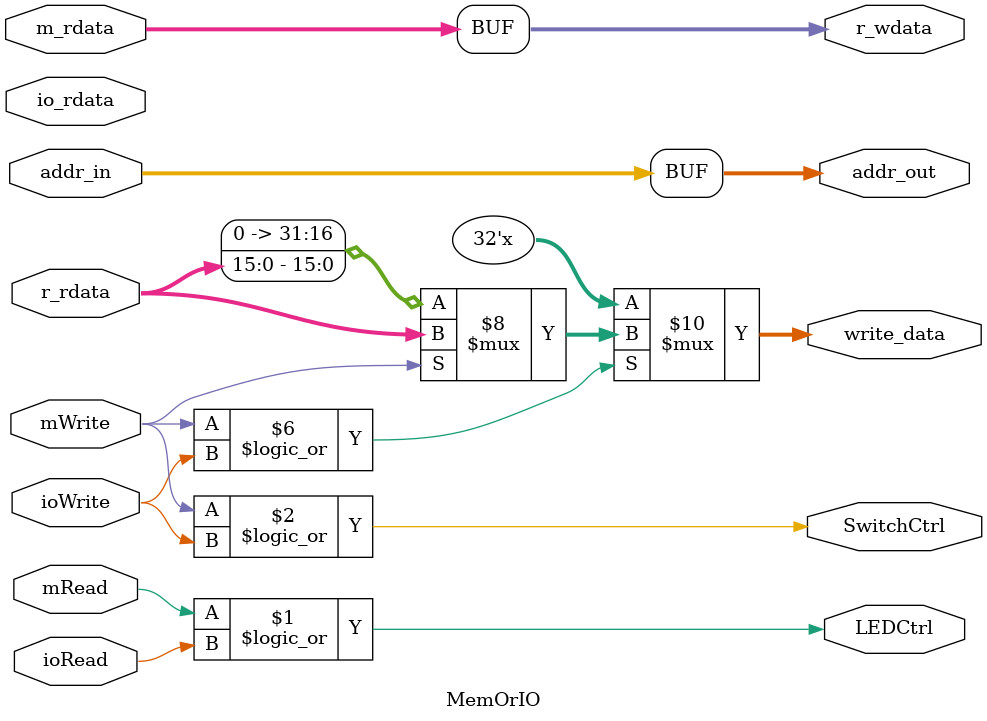
<source format=v>
`timescale 1ns / 1ps
module MemOrIO( mRead, mWrite, ioRead, ioWrite,addr_in, addr_out,
m_rdata, io_rdata, r_wdata, r_rdata, write_data, LEDCtrl, SwitchCtrl);
input mRead; // read memory, from Controller
input mWrite; // write memory, from Controller
input ioRead; // read IO, from Controller
input ioWrite; // write IO, from Controller
input[31:0] addr_in; // from alu_result in ALU
output[31:0] addr_out; // address to Data-Memory
input[31:0] m_rdata; // data read from Data-Memory
input[15:0] io_rdata; // data read from IO,16 bits
output[31:0] r_wdata; // data to Decoder(register file)
input[31:0] r_rdata; // data read from Decoder(register file)
output reg[31:0] write_data; // data to memory or I/O?m_wdata, io_wdata?
output LEDCtrl; // LED Chip Select
output SwitchCtrl;

//address assignment
assign addr_out= addr_in;
// The data wirte to register file may be from memory or io.
// While the data is from io, it should be the lower 16bit of r_wdata.
assign r_wdata = m_rdata;
// Chip select signal of Led and Switch are all active high;
assign LEDCtrl= mRead || ioRead;
assign SwitchCtrl= mWrite || ioWrite;
always @* begin
if((mWrite==1)||(ioWrite==1))
//wirte_data could go to either memory or IO. where is it from?
write_data = ((mWrite == 1'b1)?r_rdata:{16'b0000000000000000,r_rdata[15:0]});
else
write_data = 32'hZZZZZZZZ;
end
endmodule


</source>
